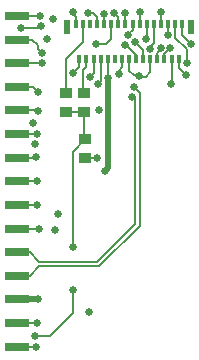
<source format=gtl>
%FSLAX25Y25*%
%MOIN*%
G70*
G01*
G75*
G04 Layer_Physical_Order=1*
G04 Layer_Color=255*
%ADD10R,0.07874X0.03150*%
%ADD11R,0.01969X0.04724*%
%ADD12R,0.01181X0.03150*%
%ADD13R,0.03937X0.03543*%
%ADD14C,0.00800*%
%ADD15C,0.02000*%
%ADD16C,0.00600*%
%ADD17C,0.01500*%
%ADD18C,0.02600*%
D10*
X447500Y400236D02*
D03*
Y376614D02*
D03*
Y368740D02*
D03*
Y360866D02*
D03*
Y352992D02*
D03*
Y345118D02*
D03*
Y337244D02*
D03*
Y329370D02*
D03*
Y321496D02*
D03*
Y313622D02*
D03*
Y305748D02*
D03*
Y297874D02*
D03*
Y290000D02*
D03*
Y384488D02*
D03*
Y392362D02*
D03*
D11*
X505653Y396713D02*
D03*
X464314D02*
D03*
D12*
X467267Y397500D02*
D03*
X468448Y385886D02*
D03*
X469629Y397500D02*
D03*
X470810Y385886D02*
D03*
X471991Y397500D02*
D03*
X473172Y385886D02*
D03*
X474354Y397500D02*
D03*
X475535Y385886D02*
D03*
X476716Y397500D02*
D03*
X477897Y385886D02*
D03*
X479078Y397500D02*
D03*
X480259Y385886D02*
D03*
X481440Y397500D02*
D03*
X482621Y385886D02*
D03*
X483802Y397500D02*
D03*
X484983Y385886D02*
D03*
X486165Y397500D02*
D03*
X487346Y385886D02*
D03*
X488527Y397500D02*
D03*
X489708Y385886D02*
D03*
X490889Y397500D02*
D03*
X492070Y385886D02*
D03*
X493251Y397500D02*
D03*
X494432Y385886D02*
D03*
X495613Y397500D02*
D03*
X496795Y385886D02*
D03*
X497976Y397500D02*
D03*
X499157Y385886D02*
D03*
X500338Y397500D02*
D03*
X501519Y385886D02*
D03*
X502700Y397500D02*
D03*
D13*
X469900Y368150D02*
D03*
Y374450D02*
D03*
X463900Y368250D02*
D03*
Y374550D02*
D03*
X470400Y352950D02*
D03*
Y359250D02*
D03*
D14*
X466200Y323100D02*
Y355050D01*
X474459Y318359D02*
X487000Y330900D01*
X455037Y318359D02*
X474459D01*
X475122Y316759D02*
X488600Y330237D01*
X455037Y316759D02*
X475122D01*
X487000Y330900D02*
Y371300D01*
X488600Y330237D02*
Y374600D01*
X469900Y359750D02*
Y368150D01*
X486500Y380500D02*
X488500D01*
X484983Y382016D02*
X486500Y380500D01*
X484983Y382016D02*
Y385886D01*
X486800Y376400D02*
Y376500D01*
Y376400D02*
X488600Y374600D01*
X447500Y321496D02*
X451900D01*
X455037Y318359D01*
X447500Y329370D02*
X454870D01*
X477897Y379603D02*
Y385886D01*
X473172Y381172D02*
Y385886D01*
X472000Y380000D02*
X473172Y381172D01*
X447500Y337244D02*
X454244D01*
X474150Y352950D02*
X474200Y353000D01*
X470400Y352950D02*
X474150D01*
X466200Y355050D02*
X470400Y359250D01*
X486400Y373500D02*
X487000Y372900D01*
X486000Y373100D02*
X486400Y373500D01*
X447500Y297874D02*
X454374D01*
X447500Y290000D02*
X454000D01*
X447500Y368740D02*
X454240D01*
X454480Y368500D01*
X447500Y360866D02*
X454366D01*
X447500Y345118D02*
X454382D01*
X453500Y293500D02*
X458500D01*
X447500Y400236D02*
X450264D01*
X447500Y392362D02*
X452638D01*
X447500Y376614D02*
X452886D01*
X454500Y375000D01*
X452638Y392362D02*
X454500Y390500D01*
X447500Y400236D02*
X455269D01*
X455300Y400267D01*
Y400300D01*
X463900Y368250D02*
X469800D01*
X469900Y368150D01*
Y359750D02*
X470400Y359250D01*
X458500Y293500D02*
X466200Y301200D01*
X447500Y352992D02*
X453892D01*
X454000Y353100D01*
X496795Y385886D02*
Y387494D01*
X498800Y389500D01*
X447500Y313622D02*
X451900D01*
X455037Y316759D01*
X466200Y301200D02*
Y308900D01*
X487346Y385886D02*
Y387103D01*
X484049Y390400D02*
X487346Y387103D01*
X487000Y371300D02*
Y372000D01*
Y371300D02*
Y372900D01*
X486165Y395665D02*
Y397500D01*
X484600Y394100D02*
X486165Y395665D01*
X484600Y393900D02*
Y394100D01*
X447500Y384488D02*
X455988D01*
X456000Y384476D01*
Y384400D02*
Y384476D01*
X454500Y389300D02*
X456000Y387800D01*
X454500Y389300D02*
Y390500D01*
X497900Y393800D02*
X497976Y393876D01*
Y397500D01*
X473900Y391000D02*
X477400D01*
X479078Y392678D01*
Y397500D01*
D15*
X477900Y349400D02*
Y379600D01*
X477000Y348500D02*
X477900Y349400D01*
X477897Y379603D02*
X477900Y379600D01*
X447500Y305748D02*
X454752D01*
D16*
X490500Y380000D02*
X492070Y381570D01*
X489000Y380000D02*
X490500D01*
X488500Y380500D02*
X489000Y380000D01*
X487000Y391500D02*
X489686Y388814D01*
X469700Y382200D02*
X470810Y383310D01*
X469700Y374650D02*
Y382200D01*
X470810Y383310D02*
Y385886D01*
X463900Y374550D02*
Y386000D01*
X468448Y383348D02*
Y385886D01*
X466400Y381300D02*
X468448Y383348D01*
X475535Y378535D02*
Y385886D01*
X474500Y377500D02*
X475535Y378535D01*
X495613Y397500D02*
Y401387D01*
X495500Y401500D02*
X495613Y401387D01*
X488527Y397500D02*
Y401473D01*
X490500Y392500D02*
X490889Y392889D01*
X483802Y397500D02*
Y401198D01*
X474300Y397553D02*
X474354Y397500D01*
X471200Y401200D02*
X473100D01*
X474300Y397553D02*
Y400000D01*
X473100Y401200D02*
X474300Y400000D01*
X490889Y392889D02*
Y397500D01*
X494432Y385886D02*
Y387932D01*
X501519Y382981D02*
Y385886D01*
Y382981D02*
X504000Y380500D01*
X494432Y387932D02*
X495500Y389000D01*
Y389500D01*
X489686Y385908D02*
X489708Y385886D01*
X492070Y381570D02*
Y385886D01*
X482621Y383121D02*
Y385886D01*
X481500Y382000D02*
X482621Y383121D01*
X489686Y385908D02*
Y388814D01*
X491886Y389886D02*
X493251Y391251D01*
Y397500D01*
X499157Y377557D02*
Y385886D01*
X502700Y393800D02*
Y397500D01*
Y393800D02*
X505500Y391000D01*
X499100Y377500D02*
X499157Y377557D01*
X504200Y384400D02*
Y389189D01*
X500338Y393051D02*
Y397500D01*
Y393051D02*
X504200Y389189D01*
X491886Y389361D02*
Y389886D01*
X469700Y374650D02*
X469900Y374450D01*
X481440Y397500D02*
Y399760D01*
X480102Y401098D02*
X481440Y399760D01*
X476500Y401000D02*
X476716Y400784D01*
Y397500D02*
Y400784D01*
X467267Y397500D02*
Y400033D01*
X466200Y401100D02*
Y401500D01*
Y401100D02*
X467267Y400033D01*
X463900Y386000D02*
X469629Y391729D01*
Y397500D01*
X449100Y396200D02*
X454900D01*
X455600Y396900D01*
D17*
X473800Y390900D02*
X473900Y391000D01*
D18*
X466200Y323100D02*
D03*
X477000Y348500D02*
D03*
X474200Y353000D02*
D03*
X486800Y376500D02*
D03*
X488200Y380300D02*
D03*
X461300Y334300D02*
D03*
X472000Y380000D02*
D03*
X475000Y369000D02*
D03*
X466400Y381300D02*
D03*
X481700Y380900D02*
D03*
X474500Y377500D02*
D03*
X477897Y379603D02*
D03*
X454244Y337244D02*
D03*
X486000Y373100D02*
D03*
X505500Y391000D02*
D03*
X495500Y401500D02*
D03*
X488527Y401473D02*
D03*
X483802Y401198D02*
D03*
X471200Y401200D02*
D03*
X454374Y297874D02*
D03*
X454000Y290000D02*
D03*
X454752Y305748D02*
D03*
X454480Y368500D02*
D03*
X454366Y360866D02*
D03*
X454382Y345118D02*
D03*
X453000Y364500D02*
D03*
X453500Y357500D02*
D03*
X454870Y329370D02*
D03*
X471600Y301600D02*
D03*
X453500Y293500D02*
D03*
X454500Y375000D02*
D03*
X455300Y400300D02*
D03*
X449100Y396200D02*
D03*
X454000Y353100D02*
D03*
X490500Y392500D02*
D03*
X499100Y377500D02*
D03*
X504000Y380500D02*
D03*
X504200Y384400D02*
D03*
X498800Y389500D02*
D03*
X460300Y328800D02*
D03*
X466200Y308900D02*
D03*
X495500Y389500D02*
D03*
X491886Y389361D02*
D03*
X487000Y391500D02*
D03*
X484600Y393900D02*
D03*
X483800Y390400D02*
D03*
X473900Y391000D02*
D03*
X456000Y387800D02*
D03*
Y384400D02*
D03*
X457700Y392600D02*
D03*
X497900Y393800D02*
D03*
X480102Y401098D02*
D03*
X476500Y401000D02*
D03*
X459500Y399200D02*
D03*
X466200Y401500D02*
D03*
X455600Y396900D02*
D03*
M02*

</source>
